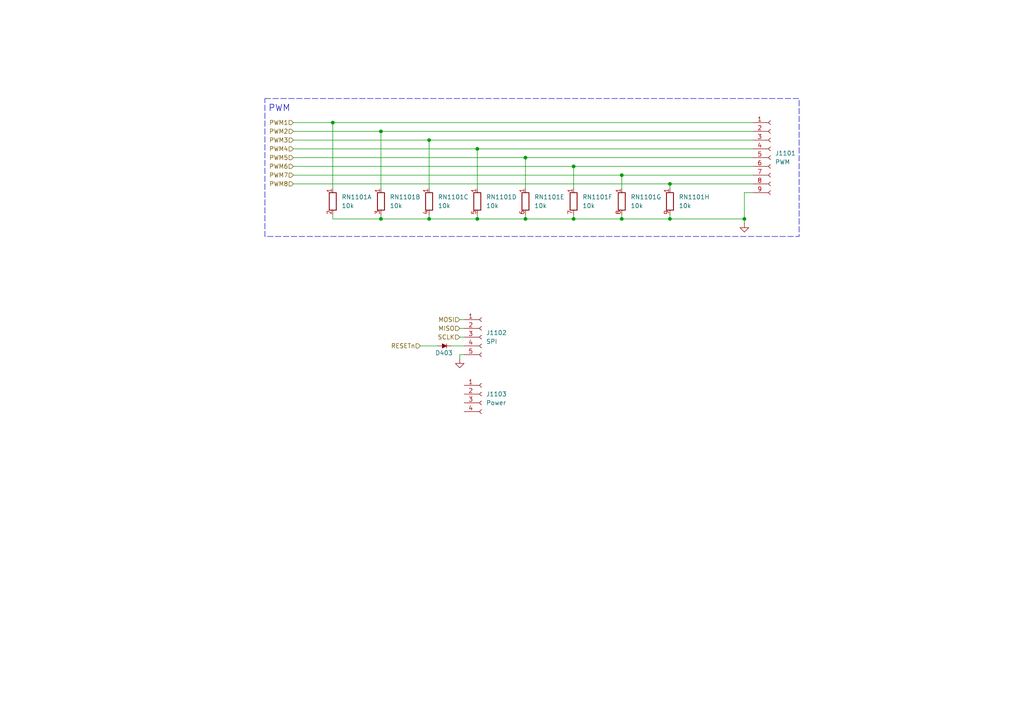
<source format=kicad_sch>
(kicad_sch (version 20250114) (generator "eeschema") (generator_version "9.0")
  (paper "A4")
  (lib_symbols
    (symbol "CUS10S30_H3F:CUS10S30_H3F" (pin_numbers (hide yes)) (pin_names (offset 0.254) (hide yes))
      (property "Reference" "D" (at 5.08 5.588 0))
      (property "Value" "CUS10S30_H3F" (at 5.334 3.302 0))
      (symbol "CUS10S30_H3F_1_1"
        (polyline (pts (xy 2.54 0.635) (xy 2.54 -0.635)))
        (polyline (pts (xy 2.54 0) (xy 1.27 0.635) (xy 1.27 -0.635) (xy 2.54 0)) (fill (type color) (color 132 0 0 1)))
        (pin unspecified line (at 0 0 0) (length 1.27) (name "") (number "2"))
        (pin unspecified line (at 3.81 0 180) (length 1.27) (name "") (number "1"))
      )
      (symbol "CUS10S30_H3F_1_2"
        (polyline (pts (xy -0.635 3.81) (xy 3.175 3.81)) (stroke (width 0.2032)))
        (polyline (pts (xy 1.27 6.35) (xy -0.635 3.81)) (stroke (width 0.2032)))
        (polyline (pts (xy 1.27 6.35) (xy 1.27 7.62)) (stroke (width 0.2032)))
        (polyline (pts (xy 1.27 3.175) (xy 1.27 3.81)) (stroke (width 0.2032)))
        (polyline (pts (xy 1.27 2.54) (xy 1.27 3.4798)) (stroke (width 0.2032)))
        (polyline (pts (xy 3.175 6.35) (xy -0.635 6.35)) (stroke (width 0.2032)))
        (polyline (pts (xy 3.175 3.81) (xy 1.27 6.35)) (stroke (width 0.2032)))
        (pin unspecified line (at 1.27 10.16 270) (length 2.54) (name "") (number "1"))
        (pin unspecified line (at 1.27 0 90) (length 2.54) (name "") (number "2"))
      )
    )
    (symbol "Connector:Conn_01x04_Socket" (pin_names (offset 1.016) (hide yes))
      (property "Reference" "J" (at 0 5.08 0))
      (property "Value" "Conn_01x04_Socket" (at 0 -7.62 0))
      (symbol "Conn_01x04_Socket_1_1"
        (polyline (pts (xy -1.27 2.54) (xy -0.508 2.54)) (stroke (width 0.1524)))
        (polyline (pts (xy -1.27 0) (xy -0.508 0)) (stroke (width 0.1524)))
        (polyline (pts (xy -1.27 -2.54) (xy -0.508 -2.54)) (stroke (width 0.1524)))
        (polyline (pts (xy -1.27 -5.08) (xy -0.508 -5.08)) (stroke (width 0.1524)))
        (arc (start 0 2.032) (mid -0.5058 2.54) (end 0 3.048) (stroke (width 0.1524)))
        (arc (start 0 -0.508) (mid -0.5058 0) (end 0 0.508) (stroke (width 0.1524)))
        (arc (start 0 -3.048) (mid -0.5058 -2.54) (end 0 -2.032) (stroke (width 0.1524)))
        (arc (start 0 -5.588) (mid -0.5058 -5.08) (end 0 -4.572) (stroke (width 0.1524)))
        (pin passive line (at -5.08 2.54 0) (length 3.81) (name "Pin_1") (number "1"))
        (pin passive line (at -5.08 0 0) (length 3.81) (name "Pin_2") (number "2"))
        (pin passive line (at -5.08 -2.54 0) (length 3.81) (name "Pin_3") (number "3"))
        (pin passive line (at -5.08 -5.08 0) (length 3.81) (name "Pin_4") (number "4"))
      )
    )
    (symbol "Connector:Conn_01x05_Socket" (pin_names (offset 1.016) (hide yes))
      (property "Reference" "J" (at 0 7.62 0))
      (property "Value" "Conn_01x05_Socket" (at 0 -7.62 0))
      (symbol "Conn_01x05_Socket_1_1"
        (polyline (pts (xy -1.27 5.08) (xy -0.508 5.08)) (stroke (width 0.1524)))
        (polyline (pts (xy -1.27 2.54) (xy -0.508 2.54)) (stroke (width 0.1524)))
        (polyline (pts (xy -1.27 0) (xy -0.508 0)) (stroke (width 0.1524)))
        (polyline (pts (xy -1.27 -2.54) (xy -0.508 -2.54)) (stroke (width 0.1524)))
        (polyline (pts (xy -1.27 -5.08) (xy -0.508 -5.08)) (stroke (width 0.1524)))
        (arc (start 0 4.572) (mid -0.5058 5.08) (end 0 5.588) (stroke (width 0.1524)))
        (arc (start 0 2.032) (mid -0.5058 2.54) (end 0 3.048) (stroke (width 0.1524)))
        (arc (start 0 -0.508) (mid -0.5058 0) (end 0 0.508) (stroke (width 0.1524)))
        (arc (start 0 -3.048) (mid -0.5058 -2.54) (end 0 -2.032) (stroke (width 0.1524)))
        (arc (start 0 -5.588) (mid -0.5058 -5.08) (end 0 -4.572) (stroke (width 0.1524)))
        (pin passive line (at -5.08 5.08 0) (length 3.81) (name "Pin_1") (number "1"))
        (pin passive line (at -5.08 2.54 0) (length 3.81) (name "Pin_2") (number "2"))
        (pin passive line (at -5.08 0 0) (length 3.81) (name "Pin_3") (number "3"))
        (pin passive line (at -5.08 -2.54 0) (length 3.81) (name "Pin_4") (number "4"))
        (pin passive line (at -5.08 -5.08 0) (length 3.81) (name "Pin_5") (number "5"))
      )
    )
    (symbol "Connector:Conn_01x09_Socket" (pin_names (offset 1.016) (hide yes))
      (property "Reference" "J" (at 0 12.7 0))
      (property "Value" "Conn_01x09_Socket" (at 0 -12.7 0))
      (symbol "Conn_01x09_Socket_1_1"
        (polyline (pts (xy -1.27 10.16) (xy -0.508 10.16)) (stroke (width 0.1524)))
        (polyline (pts (xy -1.27 7.62) (xy -0.508 7.62)) (stroke (width 0.1524)))
        (polyline (pts (xy -1.27 5.08) (xy -0.508 5.08)) (stroke (width 0.1524)))
        (polyline (pts (xy -1.27 2.54) (xy -0.508 2.54)) (stroke (width 0.1524)))
        (polyline (pts (xy -1.27 0) (xy -0.508 0)) (stroke (width 0.1524)))
        (polyline (pts (xy -1.27 -2.54) (xy -0.508 -2.54)) (stroke (width 0.1524)))
        (polyline (pts (xy -1.27 -5.08) (xy -0.508 -5.08)) (stroke (width 0.1524)))
        (polyline (pts (xy -1.27 -7.62) (xy -0.508 -7.62)) (stroke (width 0.1524)))
        (polyline (pts (xy -1.27 -10.16) (xy -0.508 -10.16)) (stroke (width 0.1524)))
        (arc (start 0 9.652) (mid -0.5058 10.16) (end 0 10.668) (stroke (width 0.1524)))
        (arc (start 0 7.112) (mid -0.5058 7.62) (end 0 8.128) (stroke (width 0.1524)))
        (arc (start 0 4.572) (mid -0.5058 5.08) (end 0 5.588) (stroke (width 0.1524)))
        (arc (start 0 2.032) (mid -0.5058 2.54) (end 0 3.048) (stroke (width 0.1524)))
        (arc (start 0 -0.508) (mid -0.5058 0) (end 0 0.508) (stroke (width 0.1524)))
        (arc (start 0 -3.048) (mid -0.5058 -2.54) (end 0 -2.032) (stroke (width 0.1524)))
        (arc (start 0 -5.588) (mid -0.5058 -5.08) (end 0 -4.572) (stroke (width 0.1524)))
        (arc (start 0 -8.128) (mid -0.5058 -7.62) (end 0 -7.112) (stroke (width 0.1524)))
        (arc (start 0 -10.668) (mid -0.5058 -10.16) (end 0 -9.652) (stroke (width 0.1524)))
        (pin passive line (at -5.08 10.16 0) (length 3.81) (name "Pin_1") (number "1"))
        (pin passive line (at -5.08 7.62 0) (length 3.81) (name "Pin_2") (number "2"))
        (pin passive line (at -5.08 5.08 0) (length 3.81) (name "Pin_3") (number "3"))
        (pin passive line (at -5.08 2.54 0) (length 3.81) (name "Pin_4") (number "4"))
        (pin passive line (at -5.08 0 0) (length 3.81) (name "Pin_5") (number "5"))
        (pin passive line (at -5.08 -2.54 0) (length 3.81) (name "Pin_6") (number "6"))
        (pin passive line (at -5.08 -5.08 0) (length 3.81) (name "Pin_7") (number "7"))
        (pin passive line (at -5.08 -7.62 0) (length 3.81) (name "Pin_8") (number "8"))
        (pin passive line (at -5.08 -10.16 0) (length 3.81) (name "Pin_9") (number "9"))
      )
    )
    (symbol "Device:R_Network08_Split" (pin_names (offset 0) (hide yes))
      (property "Reference" "RN" (at 2.032 0 90))
      (property "Value" "R_Network08_Split" (at 0 0 90))
      (symbol "R_Network08_Split_0_1"
        (rectangle (start 1.016 2.54) (end -1.016 -2.54) (stroke (width 0.254)))
        (pin passive line (at 0 3.81 270) (length 1.27) (name "R1") (number "1"))
      )
      (symbol "R_Network08_Split_1_1"
        (pin passive line (at 0 -3.81 90) (length 1.27) (name "R1.2") (number "2"))
      )
      (symbol "R_Network08_Split_2_1"
        (pin passive line (at 0 -3.81 90) (length 1.27) (name "R2.2") (number "3"))
      )
      (symbol "R_Network08_Split_3_1"
        (pin passive line (at 0 -3.81 90) (length 1.27) (name "R3.2") (number "4"))
      )
      (symbol "R_Network08_Split_4_1"
        (pin passive line (at 0 -3.81 90) (length 1.27) (name "R4.2") (number "5"))
      )
      (symbol "R_Network08_Split_5_1"
        (pin passive line (at 0 -3.81 90) (length 1.27) (name "R5.2") (number "6"))
      )
      (symbol "R_Network08_Split_6_1"
        (pin passive line (at 0 -3.81 90) (length 1.27) (name "R6.2") (number "7"))
      )
      (symbol "R_Network08_Split_7_1"
        (pin passive line (at 0 -3.81 90) (length 1.27) (name "R7.2") (number "8"))
      )
      (symbol "R_Network08_Split_8_1"
        (pin passive line (at 0 -3.81 90) (length 1.27) (name "R8.2") (number "9"))
      )
    )
    (symbol "power:GND" (power) (pin_numbers (hide yes)) (pin_names (offset 0) (hide yes))
      (property "Value" "GND" (at 0 -3.81 0))
      (symbol "GND_0_1"
        (polyline (pts (xy 0 0) (xy 0 -1.27) (xy 1.27 -1.27) (xy 0 -2.54) (xy -1.27 -1.27) (xy 0 -1.27)))
      )
      (symbol "GND_1_1"
        (pin power_in line (at 0 0 270) (length 0) (name "~") (number "1"))
      )
    )
  )
  (rectangle (start 76.835 28.575) (end 231.775 68.58) (stroke (width 0) (type dash)))
  (text "PWM" (at 81.026 31.496 0) (effects (font (size 1.905 1.905))))
  (junction (at 215.9 63.5))
  (junction (at 180.34 63.5))
  (junction (at 152.4 63.5))
  (junction (at 138.43 63.5))
  (junction (at 166.37 48.26))
  (junction (at 138.43 43.18))
  (junction (at 194.31 53.34))
  (junction (at 124.46 63.5))
  (junction (at 166.37 63.5))
  (junction (at 110.49 38.1))
  (junction (at 96.52 35.56))
  (junction (at 194.31 63.5))
  (junction (at 180.34 50.8))
  (junction (at 152.4 45.72))
  (junction (at 124.46 40.64))
  (junction (at 110.49 63.5))
  (wire (pts (xy 85.09 48.26) (xy 166.37 48.26)))
  (wire (pts (xy 124.46 63.5) (xy 138.43 63.5)))
  (wire (pts (xy 85.09 35.56) (xy 96.52 35.56)))
  (wire (pts (xy 124.46 62.23) (xy 124.46 63.5)))
  (wire (pts (xy 166.37 48.26) (xy 166.37 54.61)))
  (wire (pts (xy 133.35 95.25) (xy 134.62 95.25)))
  (wire (pts (xy 133.35 92.71) (xy 134.62 92.71)))
  (wire (pts (xy 152.4 45.72) (xy 218.44 45.72)))
  (wire (pts (xy 152.4 45.72) (xy 152.4 54.61)))
  (wire (pts (xy 85.09 40.64) (xy 124.46 40.64)))
  (wire (pts (xy 133.35 102.87) (xy 134.62 102.87)))
  (wire (pts (xy 110.49 62.23) (xy 110.49 63.5)))
  (wire (pts (xy 96.52 63.5) (xy 110.49 63.5)))
  (wire (pts (xy 96.52 35.56) (xy 218.44 35.56)))
  (wire (pts (xy 215.9 63.5) (xy 215.9 64.77)))
  (wire (pts (xy 85.09 43.18) (xy 138.43 43.18)))
  (wire (pts (xy 121.92 100.33) (xy 127 100.33)))
  (wire (pts (xy 166.37 48.26) (xy 218.44 48.26)))
  (wire (pts (xy 96.52 62.23) (xy 96.52 63.5)))
  (wire (pts (xy 180.34 63.5) (xy 194.31 63.5)))
  (wire (pts (xy 138.43 43.18) (xy 218.44 43.18)))
  (wire (pts (xy 194.31 62.23) (xy 194.31 63.5)))
  (wire (pts (xy 133.35 97.79) (xy 134.62 97.79)))
  (wire (pts (xy 85.09 45.72) (xy 152.4 45.72)))
  (wire (pts (xy 85.09 50.8) (xy 180.34 50.8)))
  (wire (pts (xy 138.43 62.23) (xy 138.43 63.5)))
  (wire (pts (xy 85.09 38.1) (xy 110.49 38.1)))
  (wire (pts (xy 218.44 55.88) (xy 215.9 55.88)))
  (wire (pts (xy 152.4 62.23) (xy 152.4 63.5)))
  (wire (pts (xy 96.52 35.56) (xy 96.52 54.61)))
  (wire (pts (xy 85.09 53.34) (xy 194.31 53.34)))
  (wire (pts (xy 166.37 63.5) (xy 180.34 63.5)))
  (wire (pts (xy 215.9 55.88) (xy 215.9 63.5)))
  (wire (pts (xy 130.81 100.33) (xy 134.62 100.33)))
  (wire (pts (xy 180.34 50.8) (xy 180.34 54.61)))
  (wire (pts (xy 133.35 104.14) (xy 133.35 102.87)))
  (wire (pts (xy 124.46 40.64) (xy 218.44 40.64)))
  (wire (pts (xy 166.37 62.23) (xy 166.37 63.5)))
  (wire (pts (xy 138.43 43.18) (xy 138.43 54.61)))
  (wire (pts (xy 180.34 50.8) (xy 218.44 50.8)))
  (wire (pts (xy 194.31 53.34) (xy 218.44 53.34)))
  (wire (pts (xy 110.49 38.1) (xy 110.49 54.61)))
  (wire (pts (xy 110.49 38.1) (xy 218.44 38.1)))
  (wire (pts (xy 180.34 62.23) (xy 180.34 63.5)))
  (wire (pts (xy 124.46 40.64) (xy 124.46 54.61)))
  (wire (pts (xy 138.43 63.5) (xy 152.4 63.5)))
  (wire (pts (xy 194.31 63.5) (xy 215.9 63.5)))
  (wire (pts (xy 110.49 63.5) (xy 124.46 63.5)))
  (wire (pts (xy 152.4 63.5) (xy 166.37 63.5)))
  (wire (pts (xy 194.31 53.34) (xy 194.31 54.61)))
  (hierarchical_label "PWM4" (shape input) (at 85.09 43.18 180))
  (hierarchical_label "PWM2" (shape input) (at 85.09 38.1 180))
  (hierarchical_label "SCLK" (shape input) (at 133.35 97.79 180))
  (hierarchical_label "PWM6" (shape input) (at 85.09 48.26 180))
  (hierarchical_label "MISO" (shape input) (at 133.35 95.25 180))
  (hierarchical_label "PWM7" (shape input) (at 85.09 50.8 180))
  (hierarchical_label "PWM1" (shape input) (at 85.09 35.56 180))
  (hierarchical_label "MOSI" (shape input) (at 133.35 92.71 180))
  (hierarchical_label "PWM3" (shape input) (at 85.09 40.64 180))
  (hierarchical_label "PWM8" (shape input) (at 85.09 53.34 180))
  (hierarchical_label "PWM5" (shape input) (at 85.09 45.72 180))
  (hierarchical_label "RESETn" (shape input) (at 121.92 100.33 180))
  (symbol (lib_id "Connector:Conn_01x04_Socket") (at 139.7 114.3 0) (unit 1)
    (property "Reference" "J1103" (at 140.97 114.2999 0) (effects (justify left)))
    (property "Value" "Power" (at 140.97 116.8399 0) (effects (justify left)))
    (property "Description" "Generic connector, single row, 01x04, script generated" (effects (hide yes)))
  )
  (symbol (lib_id "Device:R_Network08_Split") (at 124.46 58.42 0) (unit 3)
    (property "Reference" "RN1101" (at 127 57.1499 0) (effects (justify left)))
    (property "Value" "10k" (at 127 59.6899 0) (effects (justify left)))
    (property "Footprint" "Resistor_THT:R_Array_SIP9" (effects (hide yes)))
    (property "Datasheet" "http://www.vishay.com/docs/31509/csc.pdf" (effects (hide yes)))
    (property "Description" "8 resistor network, star topology, bussed resistors, split" (effects (hide yes)))
  )
  (symbol (lib_id "Connector:Conn_01x09_Socket") (at 223.52 45.72 0) (unit 1)
    (property "Reference" "J1101" (at 224.79 44.4499 0) (effects (justify left)))
    (property "Value" "PWM" (at 224.79 46.9899 0) (effects (justify left)))
    (property "Description" "Generic connector, single row, 01x09, script generated" (effects (hide yes)))
  )
  (symbol (lib_id "Device:R_Network08_Split") (at 96.52 58.42 0) (unit 1)
    (property "Reference" "RN1101" (at 99.06 57.1499 0) (effects (justify left)))
    (property "Value" "10k" (at 99.06 59.6899 0) (effects (justify left)))
    (property "Footprint" "Resistor_THT:R_Array_SIP9" (effects (hide yes)))
    (property "Datasheet" "http://www.vishay.com/docs/31509/csc.pdf" (effects (hide yes)))
    (property "Description" "8 resistor network, star topology, bussed resistors, split" (effects (hide yes)))
  )
  (symbol (lib_id "Device:R_Network08_Split") (at 166.37 58.42 0) (unit 6)
    (property "Reference" "RN1101" (at 168.91 57.1499 0) (effects (justify left)))
    (property "Value" "10k" (at 168.91 59.6899 0) (effects (justify left)))
    (property "Footprint" "Resistor_THT:R_Array_SIP9" (effects (hide yes)))
    (property "Datasheet" "http://www.vishay.com/docs/31509/csc.pdf" (effects (hide yes)))
    (property "Description" "8 resistor network, star topology, bussed resistors, split" (effects (hide yes)))
  )
  (symbol (lib_id "CUS10S30_H3F:CUS10S30_H3F") (at 127 100.33 0) (unit 1)
    (property "Reference" "D403" (at 128.778 102.362 0))
    (property "Value" "CUS10S30_H3F" (effects (hide yes)))
    (property "Footprint" "USC_TOS" (effects (hide yes)))
    (property "Datasheet" "CUS10S30_H3F" (effects (hide yes)))
  )
  (symbol (lib_id "power:GND") (at 133.35 104.14 0) (unit 1)
    (property "Reference" "#PWR01102" (effects (hide yes)))
    (property "Value" "GND" (effects (hide yes)))
    (property "Description" "Power symbol creates a global label with name \"GND\" , ground" (effects (hide yes)))
  )
  (symbol (lib_id "Device:R_Network08_Split") (at 194.31 58.42 0) (unit 8)
    (property "Reference" "RN1101" (at 196.85 57.1499 0) (effects (justify left)))
    (property "Value" "10k" (at 196.85 59.6899 0) (effects (justify left)))
    (property "Footprint" "Resistor_THT:R_Array_SIP9" (effects (hide yes)))
    (property "Datasheet" "http://www.vishay.com/docs/31509/csc.pdf" (effects (hide yes)))
    (property "Description" "8 resistor network, star topology, bussed resistors, split" (effects (hide yes)))
  )
  (symbol (lib_id "Device:R_Network08_Split") (at 138.43 58.42 0) (unit 4)
    (property "Reference" "RN1101" (at 140.97 57.1499 0) (effects (justify left)))
    (property "Value" "10k" (at 140.97 59.6899 0) (effects (justify left)))
    (property "Footprint" "Resistor_THT:R_Array_SIP9" (effects (hide yes)))
    (property "Datasheet" "http://www.vishay.com/docs/31509/csc.pdf" (effects (hide yes)))
    (property "Description" "8 resistor network, star topology, bussed resistors, split" (effects (hide yes)))
  )
  (symbol (lib_id "Device:R_Network08_Split") (at 110.49 58.42 0) (unit 2)
    (property "Reference" "RN1101" (at 113.03 57.1499 0) (effects (justify left)))
    (property "Value" "10k" (at 113.03 59.6899 0) (effects (justify left)))
    (property "Footprint" "Resistor_THT:R_Array_SIP9" (effects (hide yes)))
    (property "Datasheet" "http://www.vishay.com/docs/31509/csc.pdf" (effects (hide yes)))
    (property "Description" "8 resistor network, star topology, bussed resistors, split" (effects (hide yes)))
  )
  (symbol (lib_id "Connector:Conn_01x05_Socket") (at 139.7 97.79 0) (unit 1)
    (property "Reference" "J1102" (at 140.97 96.5199 0) (effects (justify left)))
    (property "Value" "SPI" (at 140.97 99.0599 0) (effects (justify left)))
    (property "Description" "Generic connector, single row, 01x05, script generated" (effects (hide yes)))
  )
  (symbol (lib_id "Device:R_Network08_Split") (at 180.34 58.42 0) (unit 7)
    (property "Reference" "RN1101" (at 182.88 57.1499 0) (effects (justify left)))
    (property "Value" "10k" (at 182.88 59.6899 0) (effects (justify left)))
    (property "Footprint" "Resistor_THT:R_Array_SIP9" (effects (hide yes)))
    (property "Datasheet" "http://www.vishay.com/docs/31509/csc.pdf" (effects (hide yes)))
    (property "Description" "8 resistor network, star topology, bussed resistors, split" (effects (hide yes)))
  )
  (symbol (lib_id "Device:R_Network08_Split") (at 152.4 58.42 0) (unit 5)
    (property "Reference" "RN1101" (at 154.94 57.1499 0) (effects (justify left)))
    (property "Value" "10k" (at 154.94 59.6899 0) (effects (justify left)))
    (property "Footprint" "Resistor_THT:R_Array_SIP9" (effects (hide yes)))
    (property "Datasheet" "http://www.vishay.com/docs/31509/csc.pdf" (effects (hide yes)))
    (property "Description" "8 resistor network, star topology, bussed resistors, split" (effects (hide yes)))
  )
  (symbol (lib_id "power:GND") (at 215.9 64.77 0) (unit 1)
    (property "Reference" "#PWR01101" (effects (hide yes)))
    (property "Value" "GND" (effects (hide yes)))
    (property "Description" "Power symbol creates a global label with name \"GND\" , ground" (effects (hide yes)))
  )
)
</source>
